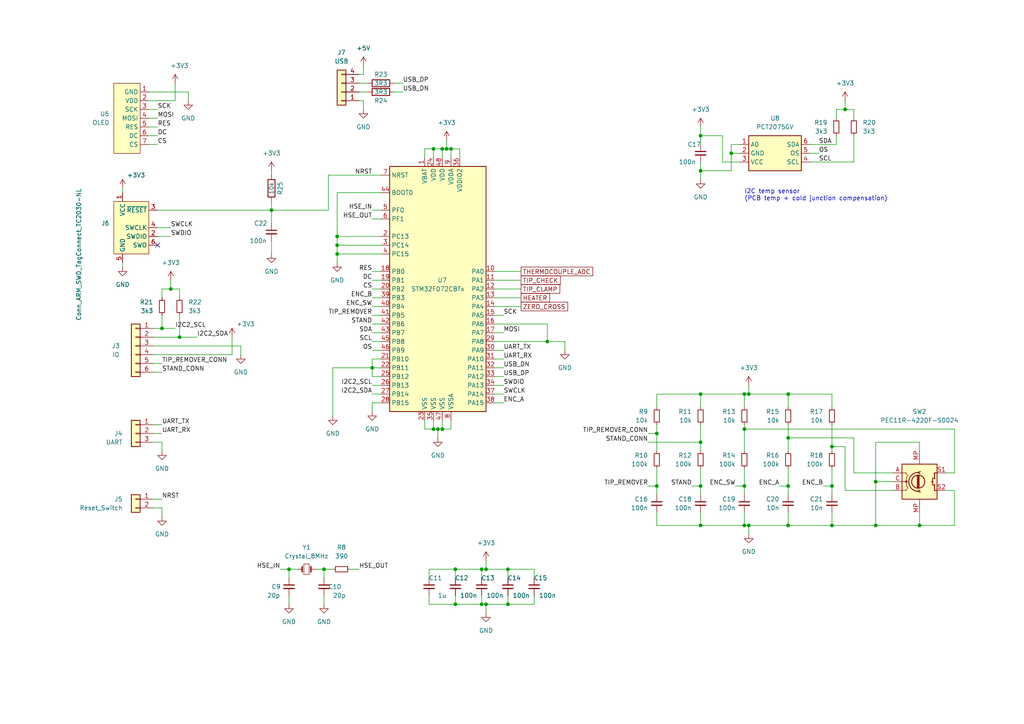
<source format=kicad_sch>
(kicad_sch (version 20230121) (generator eeschema)
  (paper "A4")
  (title_block (title "Marcs OpenSolder Station Schematic") (date "2023-12-28") (rev "1") (comment 1 "Licence: GPL-3.0") (comment 2 "Designer: Håvard Jakobsen") (comment 3 "Modified: Marc Fischer") (comment 4 "OpenSolder - JBC T245 compatible soldering station"))
  (lib_symbols
    (symbol "0_Howie:Crystal_8MHz" (pin_numbers hide) (pin_names (offset 1.016) hide)
      (property "Reference" "Y" (at 0 2.54 0))
      (property "Value" "Crystal_8MHz" (at 0 -2.54 0))
      (symbol "Crystal_8MHz_0_1"
        (rectangle (start -0.762 -1.524) (end 0.762 1.524))
        (polyline (pts (xy -1.27 -0.762) (xy -1.27 0.762)) (stroke (width 0.381)))
        (polyline (pts (xy 1.27 -0.762) (xy 1.27 0.762)) (stroke (width 0.381)))
      )
      (symbol "Crystal_8MHz_1_1"
        (pin passive line (at -2.54 0 0) (length 1.27) (name "1") (number "1"))
        (pin passive line (at 2.54 0 180) (length 1.27) (name "2") (number "2"))
      )
    )
    (symbol "0_Howie:OLED_SSD1306_SPI_1.54"
      (property "Reference" "U" (at 0 11.43 0))
      (property "Value" "OLED_SSD1306_SPI_1.54" (at 0 -11.43 0))
      (symbol "OLED_SSD1306_SPI_1.54_0_1"
        (rectangle (start -3.81 10.16) (end 3.81 -10.16) (stroke (width 0.1524)) (fill (type background)))
      )
      (symbol "OLED_SSD1306_SPI_1.54_1_1"
        (pin passive line (at -6.35 7.62 0) (length 2.54) (name "GND") (number "1"))
        (pin passive line (at -6.35 5.08 0) (length 2.54) (name "VDD") (number "2"))
        (pin passive line (at -6.35 2.54 0) (length 2.54) (name "SCK") (number "3"))
        (pin passive line (at -6.35 0 0) (length 2.54) (name "MOSI") (number "4"))
        (pin passive line (at -6.35 -2.54 0) (length 2.54) (name "RES") (number "5"))
        (pin passive line (at -6.35 -5.08 0) (length 2.54) (name "DC") (number "6"))
        (pin passive line (at -6.35 -7.62 0) (length 2.54) (name "CS") (number "7"))
      )
    )
    (symbol "0_Howie:PCT2075GV"
      (property "Reference" "U" (at -6.35 6.35 0))
      (property "Value" "PCT2075GV" (at 6.35 6.35 0))
      (symbol "PCT2075GV_0_1"
        (rectangle (start -7.62 5.08) (end 7.62 -5.08) (stroke (width 0.254)) (fill (type background)))
      )
      (symbol "PCT2075GV_1_1"
        (pin input line (at -10.16 2.54 0) (length 2.54) (name "A0") (number "1"))
        (pin power_in line (at -10.16 0 0) (length 2.54) (name "GND") (number "2"))
        (pin power_in line (at -10.16 -2.54 0) (length 2.54) (name "VCC") (number "3"))
        (pin input line (at 10.16 -2.54 180) (length 2.54) (name "SCL") (number "4"))
        (pin open_collector line (at 10.16 0 180) (length 2.54) (name "OS") (number "5"))
        (pin bidirectional line (at 10.16 2.54 180) (length 2.54) (name "SDA") (number "6"))
      )
    )
    (symbol "0_Howie:PEC11R-RotEnc" (pin_names (offset 0.254) hide)
      (property "Reference" "SW" (at 3.81 10.16 0))
      (property "Value" "PEC11R-RotEnc" (at 3.81 7.62 0))
      (symbol "PEC11R-RotEnc_0_1"
        (rectangle (start -5.08 5.08) (end 5.08 -5.08) (stroke (width 0.254)) (fill (type background)))
        (circle (center -3.81 0) (radius 0.254) (fill (type outline)))
        (circle (center -0.381 0) (radius 1.905) (stroke (width 0.254)))
        (arc (start -0.381 2.667) (mid -3.0988 -0.0635) (end -0.381 -2.794) (stroke (width 0.254)))
        (polyline (pts (xy -0.635 -1.778) (xy -0.635 1.778)) (stroke (width 0.254)))
        (polyline (pts (xy -0.381 -1.778) (xy -0.381 1.778)) (stroke (width 0.254)))
        (polyline (pts (xy -0.127 1.778) (xy -0.127 -1.778)) (stroke (width 0.254)))
        (polyline (pts (xy 0 -6.35) (xy 0 -5.08)) (stroke (width 0.1524)))
        (polyline (pts (xy 0 6.35) (xy 0 5.08)) (stroke (width 0.1524)))
        (polyline (pts (xy 3.81 0) (xy 3.429 0)) (stroke (width 0.254)))
        (polyline (pts (xy 3.81 1.016) (xy 3.81 -1.016)) (stroke (width 0.254)))
        (polyline (pts (xy -5.08 -2.54) (xy -3.81 -2.54) (xy -3.81 -2.032)))
        (polyline (pts (xy -5.08 2.54) (xy -3.81 2.54) (xy -3.81 2.032)))
        (polyline (pts (xy 0.254 -3.048) (xy -0.508 -2.794) (xy 0.127 -2.413)) (stroke (width 0.254)))
        (polyline (pts (xy 0.254 2.921) (xy -0.508 2.667) (xy 0.127 2.286)) (stroke (width 0.254)))
        (polyline (pts (xy 5.08 -2.54) (xy 4.318 -2.54) (xy 4.318 -1.016)) (stroke (width 0.254)))
        (polyline (pts (xy 5.08 2.54) (xy 4.318 2.54) (xy 4.318 1.016)) (stroke (width 0.254)))
        (polyline (pts (xy -5.08 0) (xy -3.81 0) (xy -3.81 -1.016) (xy -3.302 -2.032)))
        (polyline (pts (xy -4.318 0) (xy -3.81 0) (xy -3.81 1.016) (xy -3.302 2.032)))
        (circle (center 4.318 -1.016) (radius 0.127) (stroke (width 0.254)))
        (circle (center 4.318 1.016) (radius 0.127) (stroke (width 0.254)))
      )
      (symbol "PEC11R-RotEnc_1_1"
        (pin passive line (at -7.62 2.54 0) (length 2.54) (name "A") (number "A"))
        (pin passive line (at -7.62 -2.54 0) (length 2.54) (name "B") (number "B"))
        (pin passive line (at -7.62 0 0) (length 2.54) (name "C") (number "C"))
        (pin passive line (at 0 -8.89 90) (length 2.54) (name "MP") (number "MP"))
        (pin passive line (at 0 8.89 270) (length 2.54) (name "MP") (number "MP"))
        (pin passive line (at 7.62 2.54 180) (length 2.54) (name "S1") (number "S1"))
        (pin passive line (at 7.62 -2.54 180) (length 2.54) (name "S2") (number "S2"))
      )
    )
    (symbol "Connector:Conn_ARM_SWD_TagConnect_TC2030-NL" (in_bom no)
      (property "Reference" "J" (at 2.54 11.43 0))
      (property "Value" "Conn_ARM_SWD_TagConnect_TC2030-NL" (at 2.54 8.89 0))
      (symbol "Conn_ARM_SWD_TagConnect_TC2030-NL_0_0"
        (pin power_in line (at -2.54 10.16 270) (length 2.54) (name "VCC") (number "1"))
        (pin bidirectional line (at 7.62 -2.54 180) (length 2.54) (name "SWDIO") (number "2"))
        (pin open_collector line (at 7.62 5.08 180) (length 2.54) (name "~{RESET}") (number "3"))
        (pin output line (at 7.62 0 180) (length 2.54) (name "SWCLK") (number "4"))
        (pin power_in line (at -2.54 -10.16 90) (length 2.54) (name "GND") (number "5"))
        (pin input line (at 7.62 -5.08 180) (length 2.54) (name "SWO") (number "6"))
      )
      (symbol "Conn_ARM_SWD_TagConnect_TC2030-NL_0_1"
        (rectangle (start -5.08 7.62) (end 5.08 -7.62) (fill (type background)))
      )
    )
    (symbol "Connector_Generic:Conn_01x02" (pin_names (offset 1.016) hide)
      (property "Reference" "J" (at 0 2.54 0))
      (property "Value" "Conn_01x02" (at 0 -5.08 0))
      (symbol "Conn_01x02_1_1"
        (rectangle (start -1.27 -2.413) (end 0 -2.667) (stroke (width 0.1524)))
        (rectangle (start -1.27 0.127) (end 0 -0.127) (stroke (width 0.1524)))
        (rectangle (start -1.27 1.27) (end 1.27 -3.81) (stroke (width 0.254)) (fill (type background)))
        (pin passive line (at -5.08 0 0) (length 3.81) (name "Pin_1") (number "1"))
        (pin passive line (at -5.08 -2.54 0) (length 3.81) (name "Pin_2") (number "2"))
      )
    )
    (symbol "Connector_Generic:Conn_01x03" (pin_names (offset 1.016) hide)
      (property "Reference" "J" (at 0 5.08 0))
      (property "Value" "Conn_01x03" (at 0 -5.08 0))
      (symbol "Conn_01x03_1_1"
        (rectangle (start -1.27 -2.413) (end 0 -2.667) (stroke (width 0.1524)))
        (rectangle (start -1.27 0.127) (end 0 -0.127) (stroke (width 0.1524)))
        (rectangle (start -1.27 2.667) (end 0 2.413) (stroke (width 0.1524)))
        (rectangle (start -1.27 3.81) (end 1.27 -3.81) (stroke (width 0.254)) (fill (type background)))
        (pin passive line (at -5.08 2.54 0) (length 3.81) (name "Pin_1") (number "1"))
        (pin passive line (at -5.08 0 0) (length 3.81) (name "Pin_2") (number "2"))
        (pin passive line (at -5.08 -2.54 0) (length 3.81) (name "Pin_3") (number "3"))
      )
    )
    (symbol "Connector_Generic:Conn_01x04" (pin_names (offset 1.016) hide)
      (property "Reference" "J" (at 0 5.08 0))
      (property "Value" "Conn_01x04" (at 0 -7.62 0))
      (symbol "Conn_01x04_1_1"
        (rectangle (start -1.27 -4.953) (end 0 -5.207) (stroke (width 0.1524)))
        (rectangle (start -1.27 -2.413) (end 0 -2.667) (stroke (width 0.1524)))
        (rectangle (start -1.27 0.127) (end 0 -0.127) (stroke (width 0.1524)))
        (rectangle (start -1.27 2.667) (end 0 2.413) (stroke (width 0.1524)))
        (rectangle (start -1.27 3.81) (end 1.27 -6.35) (stroke (width 0.254)) (fill (type background)))
        (pin passive line (at -5.08 2.54 0) (length 3.81) (name "Pin_1") (number "1"))
        (pin passive line (at -5.08 0 0) (length 3.81) (name "Pin_2") (number "2"))
        (pin passive line (at -5.08 -2.54 0) (length 3.81) (name "Pin_3") (number "3"))
        (pin passive line (at -5.08 -5.08 0) (length 3.81) (name "Pin_4") (number "4"))
      )
    )
    (symbol "Connector_Generic:Conn_01x06" (pin_names (offset 1.016) hide)
      (property "Reference" "J" (at 0 7.62 0))
      (property "Value" "Conn_01x06" (at 0 -10.16 0))
      (symbol "Conn_01x06_1_1"
        (rectangle (start -1.27 -7.493) (end 0 -7.747) (stroke (width 0.1524)))
        (rectangle (start -1.27 -4.953) (end 0 -5.207) (stroke (width 0.1524)))
        (rectangle (start -1.27 -2.413) (end 0 -2.667) (stroke (width 0.1524)))
        (rectangle (start -1.27 0.127) (end 0 -0.127) (stroke (width 0.1524)))
        (rectangle (start -1.27 2.667) (end 0 2.413) (stroke (width 0.1524)))
        (rectangle (start -1.27 5.207) (end 0 4.953) (stroke (width 0.1524)))
        (rectangle (start -1.27 6.35) (end 1.27 -8.89) (stroke (width 0.254)) (fill (type background)))
        (pin passive line (at -5.08 5.08 0) (length 3.81) (name "Pin_1") (number "1"))
        (pin passive line (at -5.08 2.54 0) (length 3.81) (name "Pin_2") (number "2"))
        (pin passive line (at -5.08 0 0) (length 3.81) (name "Pin_3") (number "3"))
        (pin passive line (at -5.08 -2.54 0) (length 3.81) (name "Pin_4") (number "4"))
        (pin passive line (at -5.08 -5.08 0) (length 3.81) (name "Pin_5") (number "5"))
        (pin passive line (at -5.08 -7.62 0) (length 3.81) (name "Pin_6") (number "6"))
      )
    )
    (symbol "Device:C_Small" (pin_numbers hide) (pin_names (offset 0.254) hide)
      (property "Reference" "C" (at 0.254 1.778 0))
      (property "Value" "C_Small" (at 0.254 -2.032 0))
      (symbol "C_Small_0_1"
        (polyline (pts (xy -1.524 -0.508) (xy 1.524 -0.508)) (stroke (width 0.3302)))
        (polyline (pts (xy -1.524 0.508) (xy 1.524 0.508)) (stroke (width 0.3048)))
      )
      (symbol "C_Small_1_1"
        (pin passive line (at 0 2.54 270) (length 2.032) (name "~") (number "1"))
        (pin passive line (at 0 -2.54 90) (length 2.032) (name "~") (number "2"))
      )
    )
    (symbol "Device:R" (pin_numbers hide) (pin_names (offset 0))
      (property "Reference" "R" (at 2.032 0 90))
      (property "Value" "R" (at 0 0 90))
      (symbol "R_0_1"
        (rectangle (start -1.016 -2.54) (end 1.016 2.54) (stroke (width 0.254)))
      )
      (symbol "R_1_1"
        (pin passive line (at 0 3.81 270) (length 1.27) (name "~") (number "1"))
        (pin passive line (at 0 -3.81 90) (length 1.27) (name "~") (number "2"))
      )
    )
    (symbol "Device:R_Small" (pin_numbers hide) (pin_names (offset 0.254) hide)
      (property "Reference" "R" (at 0.762 0.508 0))
      (property "Value" "R_Small" (at 0.762 -1.016 0))
      (symbol "R_Small_0_1"
        (rectangle (start -0.762 1.778) (end 0.762 -1.778) (stroke (width 0.2032)))
      )
      (symbol "R_Small_1_1"
        (pin passive line (at 0 2.54 270) (length 0.762) (name "~") (number "1"))
        (pin passive line (at 0 -2.54 90) (length 0.762) (name "~") (number "2"))
      )
    )
    (symbol "MCU_ST_STM32F0:STM32F072CBTx"
      (property "Reference" "U" (at -15.24 36.83 0))
      (property "Value" "STM32F072CBTx" (at 7.62 36.83 0))
      (symbol "STM32F072CBTx_0_1"
        (rectangle (start -15.24 -35.56) (end 12.7 35.56) (stroke (width 0.254)) (fill (type background)))
      )
      (symbol "STM32F072CBTx_1_1"
        (pin power_in line (at -5.08 38.1 270) (length 2.54) (name "VBAT") (number "1"))
        (pin bidirectional line (at 15.24 5.08 180) (length 2.54) (name "PA0") (number "10"))
        (pin bidirectional line (at 15.24 2.54 180) (length 2.54) (name "PA1") (number "11"))
        (pin bidirectional line (at 15.24 0 180) (length 2.54) (name "PA2") (number "12"))
        (pin bidirectional line (at 15.24 -2.54 180) (length 2.54) (name "PA3") (number "13"))
        (pin bidirectional line (at 15.24 -5.08 180) (length 2.54) (name "PA4") (number "14"))
        (pin bidirectional line (at 15.24 -7.62 180) (length 2.54) (name "PA5") (number "15"))
        (pin bidirectional line (at 15.24 -10.16 180) (length 2.54) (name "PA6") (number "16"))
        (pin bidirectional line (at 15.24 -12.7 180) (length 2.54) (name "PA7") (number "17"))
        (pin bidirectional line (at -17.78 5.08 0) (length 2.54) (name "PB0") (number "18"))
        (pin bidirectional line (at -17.78 2.54 0) (length 2.54) (name "PB1") (number "19"))
        (pin bidirectional line (at -17.78 15.24 0) (length 2.54) (name "PC13") (number "2"))
        (pin bidirectional line (at -17.78 0 0) (length 2.54) (name "PB2") (number "20"))
        (pin bidirectional line (at -17.78 -20.32 0) (length 2.54) (name "PB10") (number "21"))
        (pin bidirectional line (at -17.78 -22.86 0) (length 2.54) (name "PB11") (number "22"))
        (pin power_in line (at -5.08 -38.1 90) (length 2.54) (name "VSS") (number "23"))
        (pin power_in line (at -2.54 38.1 270) (length 2.54) (name "VDD") (number "24"))
        (pin bidirectional line (at -17.78 -25.4 0) (length 2.54) (name "PB12") (number "25"))
        (pin bidirectional line (at -17.78 -27.94 0) (length 2.54) (name "PB13") (number "26"))
        (pin bidirectional line (at -17.78 -30.48 0) (length 2.54) (name "PB14") (number "27"))
        (pin bidirectional line (at -17.78 -33.02 0) (length 2.54) (name "PB15") (number "28"))
        (pin bidirectional line (at 15.24 -15.24 180) (length 2.54) (name "PA8") (number "29"))
        (pin bidirectional line (at -17.78 12.7 0) (length 2.54) (name "PC14") (number "3"))
        (pin bidirectional line (at 15.24 -17.78 180) (length 2.54) (name "PA9") (number "30"))
        (pin bidirectional line (at 15.24 -20.32 180) (length 2.54) (name "PA10") (number "31"))
        (pin bidirectional line (at 15.24 -22.86 180) (length 2.54) (name "PA11") (number "32"))
        (pin bidirectional line (at 15.24 -25.4 180) (length 2.54) (name "PA12") (number "33"))
        (pin bidirectional line (at 15.24 -27.94 180) (length 2.54) (name "PA13") (number "34"))
        (pin power_in line (at -2.54 -38.1 90) (length 2.54) (name "VSS") (number "35"))
        (pin power_in line (at 5.08 38.1 270) (length 2.54) (name "VDDIO2") (number "36"))
        (pin bidirectional line (at 15.24 -30.48 180) (length 2.54) (name "PA14") (number "37"))
        (pin bidirectional line (at 15.24 -33.02 180) (length 2.54) (name "PA15") (number "38"))
        (pin bidirectional line (at -17.78 -2.54 0) (length 2.54) (name "PB3") (number "39"))
        (pin bidirectional line (at -17.78 10.16 0) (length 2.54) (name "PC15") (number "4"))
        (pin bidirectional line (at -17.78 -5.08 0) (length 2.54) (name "PB4") (number "40"))
        (pin bidirectional line (at -17.78 -7.62 0) (length 2.54) (name "PB5") (number "41"))
        (pin bidirectional line (at -17.78 -10.16 0) (length 2.54) (name "PB6") (number "42"))
        (pin bidirectional line (at -17.78 -12.7 0) (length 2.54) (name "PB7") (number "43"))
        (pin input line (at -17.78 27.94 0) (length 2.54) (name "BOOT0") (number "44"))
        (pin bidirectional line (at -17.78 -15.24 0) (length 2.54) (name "PB8") (number "45"))
        (pin bidirectional line (at -17.78 -17.78 0) (length 2.54) (name "PB9") (number "46"))
        (pin power_in line (at 0 -38.1 90) (length 2.54) (name "VSS") (number "47"))
        (pin power_in line (at 0 38.1 270) (length 2.54) (name "VDD") (number "48"))
        (pin input line (at -17.78 22.86 0) (length 2.54) (name "PF0") (number "5"))
        (pin input line (at -17.78 20.32 0) (length 2.54) (name "PF1") (number "6"))
        (pin input line (at -17.78 33.02 0) (length 2.54) (name "NRST") (number "7"))
        (pin power_in line (at 2.54 -38.1 90) (length 2.54) (name "VSSA") (number "8"))
        (pin power_in line (at 2.54 38.1 270) (length 2.54) (name "VDDA") (number "9"))
      )
    )
    (symbol "power:+3V3" (power) (pin_names (offset 0))
      (property "Value" "+3V3" (at 0 3.556 0))
      (symbol "+3V3_0_1"
        (polyline (pts (xy -0.762 1.27) (xy 0 2.54)))
        (polyline (pts (xy 0 0) (xy 0 2.54)))
        (polyline (pts (xy 0 2.54) (xy 0.762 1.27)))
      )
      (symbol "+3V3_1_1"
        (pin power_in line (at 0 0 90) (length 0) hide (name "+3V3") (number "1"))
      )
    )
    (symbol "power:+5V" (power) (pin_names (offset 0))
      (property "Value" "+5V" (at 0 3.556 0))
      (symbol "+5V_0_1"
        (polyline (pts (xy -0.762 1.27) (xy 0 2.54)))
        (polyline (pts (xy 0 0) (xy 0 2.54)))
        (polyline (pts (xy 0 2.54) (xy 0.762 1.27)))
      )
      (symbol "+5V_1_1"
        (pin power_in line (at 0 0 90) (length 0) hide (name "+5V") (number "1"))
      )
    )
    (symbol "power:GND" (power) (pin_names (offset 0))
      (property "Value" "GND" (at 0 -3.81 0))
      (symbol "GND_0_1"
        (polyline (pts (xy 0 0) (xy 0 -1.27) (xy 1.27 -1.27) (xy 0 -2.54) (xy -1.27 -1.27) (xy 0 -1.27)))
      )
      (symbol "GND_1_1"
        (pin power_in line (at 0 0 270) (length 0) hide (name "GND") (number "1"))
      )
    )
  )
  (junction (at 217.17 114.3))
  (junction (at 140.97 175.26))
  (junction (at 158.75 99.06))
  (junction (at 217.17 152.4))
  (junction (at 203.2 128.27))
  (junction (at 190.5 140.97))
  (junction (at 266.7 152.4))
  (junction (at 241.3 152.4))
  (junction (at 215.9 124.46))
  (junction (at 228.6 152.4))
  (junction (at 132.08 165.1))
  (junction (at 228.6 140.97))
  (junction (at 107.95 106.68))
  (junction (at 203.2 39.37))
  (junction (at 147.32 175.26))
  (junction (at 132.08 175.26))
  (junction (at 46.99 95.25))
  (junction (at 128.27 124.46))
  (junction (at 83.82 165.1))
  (junction (at 128.27 43.18))
  (junction (at 93.98 165.1))
  (junction (at 203.2 49.53))
  (junction (at 215.9 114.3))
  (junction (at 254 139.7))
  (junction (at 245.11 31.75))
  (junction (at 130.81 43.18))
  (junction (at 139.7 175.26))
  (junction (at 49.53 83.82))
  (junction (at 212.09 44.45))
  (junction (at 127 124.46))
  (junction (at 203.2 140.97))
  (junction (at 228.6 114.3))
  (junction (at 215.9 140.97))
  (junction (at 215.9 152.4))
  (junction (at 147.32 165.1))
  (junction (at 140.97 165.1))
  (junction (at 97.79 71.12))
  (junction (at 228.6 127))
  (junction (at 78.74 60.96))
  (junction (at 129.54 43.18))
  (junction (at 190.5 125.73))
  (junction (at 125.73 43.18))
  (junction (at 203.2 114.3))
  (junction (at 97.79 68.58))
  (junction (at 241.3 140.97))
  (junction (at 254 152.4))
  (junction (at 241.3 129.54))
  (junction (at 97.79 73.66))
  (junction (at 52.07 97.79))
  (junction (at 203.2 152.4))
  (junction (at 125.73 124.46))
  (junction (at 139.7 165.1))
  (no_connect (at 45.72 71.12))
  (wire (pts (xy 163.83 101.6) (xy 163.83 99.06)))
  (wire (pts (xy 110.49 60.96) (xy 107.95 60.96)))
  (wire (pts (xy 187.96 128.27) (xy 203.2 128.27)))
  (wire (pts (xy 97.79 71.12) (xy 110.49 71.12)))
  (wire (pts (xy 146.05 96.52) (xy 143.51 96.52)))
  (wire (pts (xy 215.9 135.89) (xy 215.9 140.97)))
  (wire (pts (xy 203.2 140.97) (xy 200.66 140.97)))
  (wire (pts (xy 132.08 172.72) (xy 132.08 175.26)))
  (wire (pts (xy 132.08 175.26) (xy 139.7 175.26)))
  (wire (pts (xy 49.53 81.28) (xy 49.53 83.82)))
  (wire (pts (xy 97.79 55.88) (xy 110.49 55.88)))
  (wire (pts (xy 238.76 140.97) (xy 241.3 140.97)))
  (wire (pts (xy 46.99 95.25) (xy 50.8 95.25)))
  (wire (pts (xy 123.19 124.46) (xy 123.19 121.92)))
  (wire (pts (xy 125.73 124.46) (xy 123.19 124.46)))
  (wire (pts (xy 127 124.46) (xy 125.73 124.46)))
  (wire (pts (xy 127 127) (xy 127 124.46)))
  (wire (pts (xy 125.73 121.92) (xy 125.73 124.46)))
  (wire (pts (xy 44.45 107.95) (xy 46.99 107.95)))
  (wire (pts (xy 95.25 60.96) (xy 95.25 50.8)))
  (wire (pts (xy 266.7 128.27) (xy 266.7 130.81)))
  (wire (pts (xy 215.9 123.19) (xy 215.9 124.46)))
  (wire (pts (xy 215.9 124.46) (xy 215.9 130.81)))
  (wire (pts (xy 124.46 165.1) (xy 124.46 167.64)))
  (wire (pts (xy 132.08 165.1) (xy 124.46 165.1)))
  (wire (pts (xy 139.7 165.1) (xy 132.08 165.1)))
  (wire (pts (xy 241.3 140.97) (xy 241.3 143.51)))
  (wire (pts (xy 215.9 148.59) (xy 215.9 152.4)))
  (wire (pts (xy 215.9 152.4) (xy 217.17 152.4)))
  (wire (pts (xy 228.6 152.4) (xy 241.3 152.4)))
  (wire (pts (xy 241.3 152.4) (xy 254 152.4)))
  (wire (pts (xy 110.49 88.9) (xy 107.95 88.9)))
  (wire (pts (xy 44.45 97.79) (xy 52.07 97.79)))
  (wire (pts (xy 146.05 104.14) (xy 143.51 104.14)))
  (wire (pts (xy 45.72 41.91) (xy 43.18 41.91)))
  (wire (pts (xy 215.9 140.97) (xy 215.9 143.51)))
  (wire (pts (xy 107.95 104.14) (xy 107.95 106.68)))
  (wire (pts (xy 217.17 152.4) (xy 228.6 152.4)))
  (wire (pts (xy 143.51 116.84) (xy 146.05 116.84)))
  (wire (pts (xy 140.97 175.26) (xy 139.7 175.26)))
  (wire (pts (xy 247.65 127) (xy 228.6 127)))
  (wire (pts (xy 247.65 137.16) (xy 247.65 127)))
  (wire (pts (xy 259.08 137.16) (xy 247.65 137.16)))
  (wire (pts (xy 140.97 165.1) (xy 139.7 165.1)))
  (wire (pts (xy 241.3 148.59) (xy 241.3 152.4)))
  (wire (pts (xy 190.5 114.3) (xy 203.2 114.3)))
  (wire (pts (xy 203.2 114.3) (xy 215.9 114.3)))
  (wire (pts (xy 46.99 86.36) (xy 46.99 83.82)))
  (wire (pts (xy 110.49 91.44) (xy 107.95 91.44)))
  (wire (pts (xy 129.54 40.64) (xy 129.54 43.18)))
  (wire (pts (xy 139.7 172.72) (xy 139.7 175.26)))
  (wire (pts (xy 140.97 175.26) (xy 140.97 177.8)))
  (wire (pts (xy 143.51 109.22) (xy 146.05 109.22)))
  (wire (pts (xy 212.09 41.91) (xy 212.09 44.45)))
  (wire (pts (xy 214.63 41.91) (xy 212.09 41.91)))
  (wire (pts (xy 52.07 97.79) (xy 57.15 97.79)))
  (wire (pts (xy 45.72 60.96) (xy 78.74 60.96)))
  (wire (pts (xy 203.2 123.19) (xy 203.2 128.27)))
  (wire (pts (xy 203.2 128.27) (xy 203.2 130.81)))
  (wire (pts (xy 54.61 29.21) (xy 54.61 26.67)))
  (wire (pts (xy 110.49 111.76) (xy 107.95 111.76)))
  (wire (pts (xy 50.8 24.13) (xy 50.8 29.21)))
  (wire (pts (xy 50.8 29.21) (xy 43.18 29.21)))
  (wire (pts (xy 143.51 111.76) (xy 146.05 111.76)))
  (wire (pts (xy 105.41 29.21) (xy 105.41 31.75)))
  (wire (pts (xy 104.14 26.67) (xy 106.68 26.67)))
  (wire (pts (xy 97.79 68.58) (xy 97.79 71.12)))
  (wire (pts (xy 123.19 43.18) (xy 123.19 45.72)))
  (wire (pts (xy 143.51 88.9) (xy 151.13 88.9)))
  (wire (pts (xy 97.79 73.66) (xy 110.49 73.66)))
  (wire (pts (xy 83.82 172.72) (xy 83.82 175.26)))
  (wire (pts (xy 110.49 109.22) (xy 107.95 109.22)))
  (wire (pts (xy 44.45 95.25) (xy 46.99 95.25)))
  (wire (pts (xy 143.51 114.3) (xy 146.05 114.3)))
  (wire (pts (xy 128.27 124.46) (xy 127 124.46)))
  (wire (pts (xy 130.81 121.92) (xy 130.81 124.46)))
  (wire (pts (xy 130.81 124.46) (xy 128.27 124.46)))
  (wire (pts (xy 96.52 120.65) (xy 96.52 106.68)))
  (wire (pts (xy 110.49 99.06) (xy 107.95 99.06)))
  (wire (pts (xy 217.17 111.76) (xy 217.17 114.3)))
  (wire (pts (xy 215.9 114.3) (xy 215.9 118.11)))
  (wire (pts (xy 130.81 43.18) (xy 130.81 45.72)))
  (wire (pts (xy 132.08 165.1) (xy 132.08 167.64)))
  (wire (pts (xy 212.09 44.45) (xy 214.63 44.45)))
  (wire (pts (xy 212.09 49.53) (xy 212.09 44.45)))
  (wire (pts (xy 93.98 172.72) (xy 93.98 175.26)))
  (wire (pts (xy 46.99 125.73) (xy 44.45 125.73)))
  (wire (pts (xy 104.14 29.21) (xy 105.41 29.21)))
  (wire (pts (xy 190.5 135.89) (xy 190.5 140.97)))
  (wire (pts (xy 190.5 140.97) (xy 190.5 143.51)))
  (wire (pts (xy 78.74 58.42) (xy 78.74 60.96)))
  (wire (pts (xy 110.49 104.14) (xy 107.95 104.14)))
  (wire (pts (xy 128.27 45.72) (xy 128.27 43.18)))
  (wire (pts (xy 203.2 46.99) (xy 203.2 49.53)))
  (wire (pts (xy 203.2 49.53) (xy 212.09 49.53)))
  (wire (pts (xy 128.27 43.18) (xy 125.73 43.18)))
  (wire (pts (xy 234.95 41.91) (xy 242.57 41.91)))
  (wire (pts (xy 242.57 41.91) (xy 242.57 39.37)))
  (wire (pts (xy 228.6 148.59) (xy 228.6 152.4)))
  (wire (pts (xy 143.51 86.36) (xy 151.13 86.36)))
  (wire (pts (xy 110.49 106.68) (xy 107.95 106.68)))
  (wire (pts (xy 97.79 71.12) (xy 97.79 73.66)))
  (wire (pts (xy 124.46 172.72) (xy 124.46 175.26)))
  (wire (pts (xy 124.46 175.26) (xy 132.08 175.26)))
  (wire (pts (xy 203.2 39.37) (xy 209.55 39.37)))
  (wire (pts (xy 203.2 41.91) (xy 203.2 39.37)))
  (wire (pts (xy 242.57 31.75) (xy 245.11 31.75)))
  (wire (pts (xy 242.57 34.29) (xy 242.57 31.75)))
  (wire (pts (xy 245.11 31.75) (xy 247.65 31.75)))
  (wire (pts (xy 69.85 102.87) (xy 69.85 100.33)))
  (wire (pts (xy 110.49 93.98) (xy 107.95 93.98)))
  (wire (pts (xy 45.72 39.37) (xy 43.18 39.37)))
  (wire (pts (xy 190.5 148.59) (xy 190.5 152.4)))
  (wire (pts (xy 190.5 152.4) (xy 203.2 152.4)))
  (wire (pts (xy 203.2 152.4) (xy 215.9 152.4)))
  (wire (pts (xy 187.96 125.73) (xy 190.5 125.73)))
  (wire (pts (xy 241.3 129.54) (xy 245.11 129.54)))
  (wire (pts (xy 245.11 142.24) (xy 245.11 129.54)))
  (wire (pts (xy 259.08 142.24) (xy 245.11 142.24)))
  (wire (pts (xy 129.54 43.18) (xy 128.27 43.18)))
  (wire (pts (xy 45.72 31.75) (xy 43.18 31.75)))
  (wire (pts (xy 44.45 105.41) (xy 46.99 105.41)))
  (wire (pts (xy 228.6 123.19) (xy 228.6 127)))
  (wire (pts (xy 228.6 127) (xy 228.6 130.81)))
  (wire (pts (xy 52.07 83.82) (xy 52.07 86.36)))
  (wire (pts (xy 35.56 54.61) (xy 35.56 55.88)))
  (wire (pts (xy 46.99 91.44) (xy 46.99 95.25)))
  (wire (pts (xy 203.2 148.59) (xy 203.2 152.4)))
  (wire (pts (xy 97.79 55.88) (xy 97.79 68.58)))
  (wire (pts (xy 214.63 46.99) (xy 209.55 46.99)))
  (wire (pts (xy 217.17 152.4) (xy 217.17 154.94)))
  (wire (pts (xy 266.7 148.59) (xy 266.7 152.4)))
  (wire (pts (xy 104.14 21.59) (xy 105.41 21.59)))
  (wire (pts (xy 114.3 26.67) (xy 116.84 26.67)))
  (wire (pts (xy 190.5 123.19) (xy 190.5 125.73)))
  (wire (pts (xy 190.5 125.73) (xy 190.5 130.81)))
  (wire (pts (xy 143.51 83.82) (xy 151.13 83.82)))
  (wire (pts (xy 95.25 50.8) (xy 110.49 50.8)))
  (wire (pts (xy 44.45 128.27) (xy 46.99 128.27)))
  (wire (pts (xy 46.99 128.27) (xy 46.99 130.81)))
  (wire (pts (xy 128.27 121.92) (xy 128.27 124.46)))
  (wire (pts (xy 107.95 78.74) (xy 110.49 78.74)))
  (wire (pts (xy 110.49 96.52) (xy 107.95 96.52)))
  (wire (pts (xy 203.2 114.3) (xy 203.2 118.11)))
  (wire (pts (xy 190.5 114.3) (xy 190.5 118.11)))
  (wire (pts (xy 114.3 24.13) (xy 116.84 24.13)))
  (wire (pts (xy 217.17 114.3) (xy 215.9 114.3)))
  (wire (pts (xy 46.99 83.82) (xy 49.53 83.82)))
  (wire (pts (xy 130.81 43.18) (xy 129.54 43.18)))
  (wire (pts (xy 133.35 43.18) (xy 130.81 43.18)))
  (wire (pts (xy 133.35 45.72) (xy 133.35 43.18)))
  (wire (pts (xy 203.2 135.89) (xy 203.2 140.97)))
  (wire (pts (xy 163.83 99.06) (xy 158.75 99.06)))
  (wire (pts (xy 203.2 36.83) (xy 203.2 39.37)))
  (wire (pts (xy 209.55 39.37) (xy 209.55 46.99)))
  (wire (pts (xy 234.95 46.99) (xy 247.65 46.99)))
  (wire (pts (xy 247.65 46.99) (xy 247.65 39.37)))
  (wire (pts (xy 154.94 165.1) (xy 147.32 165.1)))
  (wire (pts (xy 154.94 167.64) (xy 154.94 165.1)))
  (wire (pts (xy 254 139.7) (xy 254 152.4)))
  (wire (pts (xy 254 152.4) (xy 266.7 152.4)))
  (wire (pts (xy 259.08 139.7) (xy 254 139.7)))
  (wire (pts (xy 146.05 91.44) (xy 143.51 91.44)))
  (wire (pts (xy 241.3 135.89) (xy 241.3 140.97)))
  (wire (pts (xy 143.51 99.06) (xy 158.75 99.06)))
  (wire (pts (xy 266.7 152.4) (xy 276.86 152.4)))
  (wire (pts (xy 274.32 142.24) (xy 276.86 142.24)))
  (wire (pts (xy 276.86 142.24) (xy 276.86 152.4)))
  (wire (pts (xy 158.75 93.98) (xy 158.75 99.06)))
  (wire (pts (xy 143.51 93.98) (xy 158.75 93.98)))
  (wire (pts (xy 147.32 165.1) (xy 140.97 165.1)))
  (wire (pts (xy 147.32 167.64) (xy 147.32 165.1)))
  (wire (pts (xy 46.99 147.32) (xy 44.45 147.32)))
  (wire (pts (xy 254 128.27) (xy 254 139.7)))
  (wire (pts (xy 266.7 128.27) (xy 254 128.27)))
  (wire (pts (xy 123.19 43.18) (xy 125.73 43.18)))
  (wire (pts (xy 49.53 83.82) (xy 52.07 83.82)))
  (wire (pts (xy 228.6 114.3) (xy 228.6 118.11)))
  (wire (pts (xy 140.97 162.56) (xy 140.97 165.1)))
  (wire (pts (xy 107.95 101.6) (xy 110.49 101.6)))
  (wire (pts (xy 147.32 172.72) (xy 147.32 175.26)))
  (wire (pts (xy 147.32 175.26) (xy 140.97 175.26)))
  (wire (pts (xy 45.72 66.04) (xy 49.53 66.04)))
  (wire (pts (xy 107.95 106.68) (xy 107.95 109.22)))
  (wire (pts (xy 35.56 76.2) (xy 35.56 77.47)))
  (wire (pts (xy 83.82 167.64) (xy 83.82 165.1)))
  (wire (pts (xy 203.2 140.97) (xy 203.2 143.51)))
  (wire (pts (xy 93.98 165.1) (xy 91.44 165.1)))
  (wire (pts (xy 93.98 167.64) (xy 93.98 165.1)))
  (wire (pts (xy 146.05 101.6) (xy 143.51 101.6)))
  (wire (pts (xy 46.99 147.32) (xy 46.99 149.86)))
  (wire (pts (xy 67.31 102.87) (xy 67.31 97.79)))
  (wire (pts (xy 93.98 165.1) (xy 96.52 165.1)))
  (wire (pts (xy 97.79 73.66) (xy 97.79 76.2)))
  (wire (pts (xy 83.82 165.1) (xy 86.36 165.1)))
  (wire (pts (xy 245.11 29.21) (xy 245.11 31.75)))
  (wire (pts (xy 247.65 31.75) (xy 247.65 34.29)))
  (wire (pts (xy 110.49 86.36) (xy 107.95 86.36)))
  (wire (pts (xy 44.45 100.33) (xy 69.85 100.33)))
  (wire (pts (xy 228.6 140.97) (xy 226.06 140.97)))
  (wire (pts (xy 107.95 81.28) (xy 110.49 81.28)))
  (wire (pts (xy 45.72 36.83) (xy 43.18 36.83)))
  (wire (pts (xy 274.32 137.16) (xy 276.86 137.16)))
  (wire (pts (xy 276.86 124.46) (xy 215.9 124.46)))
  (wire (pts (xy 276.86 137.16) (xy 276.86 124.46)))
  (wire (pts (xy 104.14 24.13) (xy 106.68 24.13)))
  (wire (pts (xy 45.72 68.58) (xy 49.53 68.58)))
  (wire (pts (xy 154.94 172.72) (xy 154.94 175.26)))
  (wire (pts (xy 154.94 175.26) (xy 147.32 175.26)))
  (wire (pts (xy 213.36 140.97) (xy 215.9 140.97)))
  (wire (pts (xy 105.41 21.59) (xy 105.41 19.05)))
  (wire (pts (xy 78.74 60.96) (xy 78.74 64.77)))
  (wire (pts (xy 241.3 123.19) (xy 241.3 129.54)))
  (wire (pts (xy 241.3 129.54) (xy 241.3 130.81)))
  (wire (pts (xy 143.51 78.74) (xy 151.13 78.74)))
  (wire (pts (xy 43.18 26.67) (xy 54.61 26.67)))
  (wire (pts (xy 203.2 49.53) (xy 203.2 52.07)))
  (wire (pts (xy 228.6 135.89) (xy 228.6 140.97)))
  (wire (pts (xy 228.6 140.97) (xy 228.6 143.51)))
  (wire (pts (xy 125.73 45.72) (xy 125.73 43.18)))
  (wire (pts (xy 139.7 165.1) (xy 139.7 167.64)))
  (wire (pts (xy 143.51 81.28) (xy 151.13 81.28)))
  (wire (pts (xy 101.6 165.1) (xy 104.14 165.1)))
  (wire (pts (xy 190.5 140.97) (xy 187.96 140.97)))
  (wire (pts (xy 143.51 106.68) (xy 146.05 106.68)))
  (wire (pts (xy 78.74 69.85) (xy 78.74 73.66)))
  (wire (pts (xy 46.99 144.78) (xy 44.45 144.78)))
  (wire (pts (xy 44.45 102.87) (xy 67.31 102.87)))
  (wire (pts (xy 78.74 49.53) (xy 78.74 50.8)))
  (wire (pts (xy 107.95 116.84) (xy 110.49 116.84)))
  (wire (pts (xy 107.95 119.38) (xy 107.95 116.84)))
  (wire (pts (xy 107.95 83.82) (xy 110.49 83.82)))
  (wire (pts (xy 78.74 60.96) (xy 95.25 60.96)))
  (wire (pts (xy 96.52 106.68) (xy 107.95 106.68)))
  (wire (pts (xy 52.07 91.44) (xy 52.07 97.79)))
  (wire (pts (xy 83.82 165.1) (xy 81.28 165.1)))
  (wire (pts (xy 97.79 68.58) (xy 110.49 68.58)))
  (wire (pts (xy 110.49 63.5) (xy 107.95 63.5)))
  (wire (pts (xy 46.99 123.19) (xy 44.45 123.19)))
  (wire (pts (xy 110.49 114.3) (xy 107.95 114.3)))
  (wire (pts (xy 234.95 44.45) (xy 237.49 44.45)))
  (wire (pts (xy 45.72 34.29) (xy 43.18 34.29)))
  (wire (pts (xy 228.6 114.3) (xy 217.17 114.3)))
  (wire (pts (xy 241.3 114.3) (xy 228.6 114.3)))
  (wire (pts (xy 241.3 118.11) (xy 241.3 114.3)))
  (text "I2C temp sensor\n(PCB temp + cold junction compensation)" (at 215.9 58.42 0) (effects (font (size 1.27 1.27)) (justify left bottom)))
  (label "DC" (at 45.72 39.37 0))
  (label "TIP_REMOVER_CONN" (at 46.99 105.41 0))
  (label "TIP_REMOVER" (at 187.96 140.97 180))
  (label "ENC_SW" (at 107.95 88.9 180))
  (label "SCK" (at 146.05 91.44 0))
  (label "USB_DP" (at 116.84 24.13 0))
  (label "SWCLK" (at 49.53 66.04 0))
  (label "I2C2_SDA" (at 57.15 97.79 0))
  (label "OS" (at 107.95 101.6 180))
  (label "ENC_B" (at 238.76 140.97 180))
  (label "CS" (at 45.72 41.91 0))
  (label "CS" (at 107.95 83.82 180))
  (label "SCK" (at 45.72 31.75 0))
  (label "HSE_OUT" (at 107.95 63.5 180))
  (label "SCL" (at 107.95 99.06 180))
  (label "NRST" (at 46.99 144.78 0))
  (label "UART_RX" (at 146.05 104.14 0))
  (label "RES" (at 107.95 78.74 180))
  (label "NRST" (at 107.95 50.8 180))
  (label "STAND" (at 107.95 93.98 180))
  (label "SDA" (at 107.95 96.52 180))
  (label "SWDIO" (at 49.53 68.58 0))
  (label "MOSI" (at 45.72 34.29 0))
  (label "MOSI" (at 146.05 96.52 0))
  (label "SDA" (at 237.49 41.91 0))
  (label "I2C2_SCL" (at 107.95 111.76 180))
  (label "USB_DN" (at 146.05 106.68 0))
  (label "STAND_CONN" (at 187.96 128.27 180))
  (label "TIP_REMOVER" (at 107.95 91.44 180))
  (label "USB_DN" (at 116.84 26.67 0))
  (label "OS" (at 237.49 44.45 0))
  (label "TIP_REMOVER_CONN" (at 187.96 125.73 180))
  (label "HSE_OUT" (at 104.14 165.1 0))
  (label "ENC_B" (at 107.95 86.36 180))
  (label "ENC_A" (at 226.06 140.97 180))
  (label "SWDIO" (at 146.05 111.76 0))
  (label "SWCLK" (at 146.05 114.3 0))
  (label "ENC_SW" (at 213.36 140.97 180))
  (label "STAND_CONN" (at 46.99 107.95 0))
  (label "HSE_IN" (at 107.95 60.96 180))
  (label "DC" (at 107.95 81.28 180))
  (label "ENC_A" (at 146.05 116.84 0))
  (label "HSE_IN" (at 81.28 165.1 180))
  (label "I2C2_SCL" (at 50.8 95.25 0))
  (label "RES" (at 45.72 36.83 0))
  (label "SCL" (at 237.49 46.99 0))
  (label "UART_TX" (at 46.99 123.19 0))
  (label "STAND" (at 200.66 140.97 180))
  (label "USB_DP" (at 146.05 109.22 0))
  (label "UART_TX" (at 146.05 101.6 0))
  (label "I2C2_SDA" (at 107.95 114.3 180))
  (label "UART_RX" (at 46.99 125.73 0))
  (global_label "TIP_CHECK" (shape passive) (at 151.13 81.28 0) (property "Intersheetrefs" "${INTERSHEET_REFS}" (effects hide)))
  (global_label "HEATER" (shape passive) (at 151.13 86.36 0) (property "Intersheetrefs" "${INTERSHEET_REFS}" (effects hide)))
  (global_label "ZERO_CROSS" (shape passive) (at 151.13 88.9 0) (property "Intersheetrefs" "${INTERSHEET_REFS}" (effects hide)))
  (global_label "TIP_CLAMP" (shape passive) (at 151.13 83.82 0) (property "Intersheetrefs" "${INTERSHEET_REFS}" (effects hide)))
  (global_label "THERMOCOUPLE_ADC" (shape passive) (at 151.13 78.74 0) (property "Intersheetrefs" "${INTERSHEET_REFS}" (effects hide)))
  (symbol (lib_id "power:GND") (at 97.79 76.2 0) (unit 1)
    (property "Reference" "#PWR0105" (effects hide))
    (property "Value" "GND" (at 97.79 81.28 0))
  )
  (symbol (lib_id "Device:R_Small") (at 190.5 133.35 0) (mirror y) (unit 1)
    (property "Reference" "R10" (at 187.96 132.0799 0) (effects (justify left)))
    (property "Value" "100k" (at 187.96 134.6199 0) (effects (justify left)))
    (property "Footprint" "Resistor_SMD:R_0603_1608Metric" (effects hide))
  )
  (symbol (lib_id "power:+3V3") (at 203.2 36.83 0) (mirror y) (unit 1)
    (property "Reference" "#PWR027" (effects hide))
    (property "Value" "+3V3" (at 203.2 31.75 0))
  )
  (symbol (lib_id "Device:C_Small") (at 203.2 146.05 0) (mirror y) (unit 1)
    (property "Reference" "C18" (at 200.66 144.7799 0) (effects (justify left)))
    (property "Value" "100n" (at 200.66 147.3199 0) (effects (justify left)))
    (property "Footprint" "Capacitor_SMD:C_0603_1608Metric" (effects hide))
  )
  (symbol (lib_id "power:GND") (at 46.99 130.81 0) (unit 1)
    (property "Reference" "#PWR012" (effects hide))
    (property "Value" "GND" (at 46.99 135.89 0))
  )
  (symbol (lib_id "Device:C_Small") (at 147.32 170.18 0) (mirror y) (unit 1)
    (property "Reference" "C14" (at 151.13 167.6399 0) (effects (justify left)))
    (property "Value" "100n" (at 153.67 172.7199 0) (effects (justify left)))
    (property "Footprint" "Capacitor_SMD:C_0805_2012Metric" (effects hide))
  )
  (symbol (lib_id "power:GND") (at 69.85 102.87 0) (unit 1)
    (property "Reference" "#PWR0104" (effects hide))
    (property "Value" "GND" (at 69.85 107.95 0))
  )
  (symbol (lib_id "0_Howie:PCT2075GV") (at 224.79 44.45 0) (unit 1)
    (property "Reference" "U8" (at 224.79 34.29 0))
    (property "Value" "PCT2075GV" (at 224.79 36.83 0))
    (property "Footprint" "Package_SO:TSOP-6_1.65x3.05mm_P0.95mm" (effects hide))
    (property "Datasheet" "https://www.nxp.com/docs/en/data-sheet/PCT2075.pdf" (effects hide))
  )
  (symbol (lib_id "power:+3V3") (at 35.56 54.61 0) (unit 1)
    (property "Reference" "#PWR016" (effects hide))
    (property "Value" "+3V3" (at 36.83 50.8 0) (effects (justify left)))
  )
  (symbol (lib_id "Device:R_Small") (at 203.2 133.35 0) (mirror y) (unit 1)
    (property "Reference" "R12" (at 200.66 132.0799 0) (effects (justify left)))
    (property "Value" "100k" (at 200.66 134.6199 0) (effects (justify left)))
    (property "Footprint" "Resistor_SMD:R_0603_1608Metric" (effects hide))
  )
  (symbol (lib_id "Device:R_Small") (at 99.06 165.1 90) (mirror x) (unit 1)
    (property "Reference" "R8" (at 99.06 158.75 90))
    (property "Value" "390" (at 99.06 161.29 90))
    (property "Footprint" "Resistor_SMD:R_0603_1608Metric" (effects hide))
  )
  (symbol (lib_id "Device:R") (at 110.49 26.67 90) (unit 1)
    (property "Reference" "R24" (at 110.49 29.21 90))
    (property "Value" "3R3" (at 110.49 26.67 90))
    (property "Footprint" "Resistor_SMD:R_0603_1608Metric" (effects hide))
  )
  (symbol (lib_id "power:GND") (at 83.82 175.26 0) (mirror y) (unit 1)
    (property "Reference" "#PWR020" (effects hide))
    (property "Value" "GND" (at 83.82 180.34 0))
  )
  (symbol (lib_id "power:+5V") (at 105.41 19.05 0) (unit 1)
    (property "Reference" "#PWR05" (effects hide))
    (property "Value" "+5V" (at 105.41 13.97 0))
    (instances (project "opensolder" (path "" (reference "#PWR05") (unit 1)) (path "" (reference "#PWR034") (unit 1))))
  )
  (symbol (lib_id "MCU_ST_STM32F0:STM32F072CBTx") (at 128.27 83.82 0) (unit 1)
    (property "Reference" "U7" (at 128.27 81.28 0))
    (property "Value" "STM32F072CBTx" (at 127 83.82 0))
    (property "Footprint" "Package_QFP:LQFP-48_7x7mm_P0.5mm" (effects hide))
    (property "Datasheet" "http://www.st.com/st-web-ui/static/active/en/resource/technical/document/datasheet/DM00090510.pdf" (effects hide))
  )
  (symbol (lib_id "Device:C_Small") (at 124.46 170.18 0) (mirror y) (unit 1)
    (property "Reference" "C11" (at 128.27 167.6399 0) (effects (justify left)))
    (property "Value" "1u" (at 129.54 172.7199 0) (effects (justify left)))
    (property "Footprint" "Capacitor_SMD:C_1210_3225Metric" (effects hide))
  )
  (symbol (lib_id "power:GND") (at 140.97 177.8 0) (unit 1)
    (property "Reference" "#PWR026" (effects hide))
    (property "Value" "GND" (at 140.97 182.88 0))
  )
  (symbol (lib_id "Device:C_Small") (at 215.9 146.05 0) (mirror y) (unit 1)
    (property "Reference" "C19" (at 213.36 144.7799 0) (effects (justify left)))
    (property "Value" "100n" (at 213.36 147.3199 0) (effects (justify left)))
    (property "Footprint" "Capacitor_SMD:C_0603_1608Metric" (effects hide))
  )
  (symbol (lib_id "power:GND") (at 127 127 0) (unit 1)
    (property "Reference" "#PWR023" (effects hide))
    (property "Value" "GND" (at 127 132.08 0))
  )
  (symbol (lib_id "Device:R_Small") (at 241.3 120.65 0) (mirror y) (unit 1)
    (property "Reference" "R17" (at 238.76 119.3799 0) (effects (justify left)))
    (property "Value" "10k" (at 238.76 121.9199 0) (effects (justify left)))
    (property "Footprint" "Resistor_SMD:R_0603_1608Metric" (effects hide))
  )
  (symbol (lib_id "power:+3V3") (at 67.31 97.79 0) (unit 1)
    (property "Reference" "#PWR019" (effects hide))
    (property "Value" "+3V3" (at 68.58 93.98 0) (effects (justify left)))
  )
  (symbol (lib_id "Device:C_Small") (at 139.7 170.18 0) (mirror y) (unit 1)
    (property "Reference" "C13" (at 143.51 167.6399 0) (effects (justify left)))
    (property "Value" "100n" (at 146.05 172.7199 0) (effects (justify left)))
    (property "Footprint" "Capacitor_SMD:C_0805_2012Metric" (effects hide))
  )
  (symbol (lib_id "power:GND") (at 46.99 149.86 0) (unit 1)
    (property "Reference" "#PWR022" (effects hide))
    (property "Value" "GND" (at 46.99 154.94 0))
  )
  (symbol (lib_id "Connector_Generic:Conn_01x06") (at 39.37 100.33 0) (mirror y) (unit 1)
    (property "Reference" "J3" (at 33.5915 100.33 0))
    (property "Value" "IO" (at 33.5915 102.87 0))
    (property "Footprint" "Connector_PinHeader_2.54mm:PinHeader_2x03_P2.54mm_Vertical" (effects hide))
  )
  (symbol (lib_id "power:+3V3") (at 129.54 40.64 0) (unit 1)
    (property "Reference" "#PWR024" (effects hide))
    (property "Value" "+3V3" (at 129.54 35.56 0))
  )
  (symbol (lib_id "power:+3V3") (at 140.97 162.56 0) (mirror y) (unit 1)
    (property "Reference" "#PWR025" (effects hide))
    (property "Value" "+3V3" (at 140.97 157.48 0))
  )
  (symbol (lib_id "power:GND") (at 163.83 101.6 0) (unit 1)
    (property "Reference" "#PWR0106" (effects hide))
    (property "Value" "GND" (at 163.83 106.68 0))
  )
  (symbol (lib_id "power:GND") (at 78.74 73.66 0) (unit 1)
    (property "Reference" "#PWR037" (effects hide))
    (property "Value" "GND" (at 78.74 78.74 0))
  )
  (symbol (lib_id "power:GND") (at 105.41 31.75 0) (unit 1)
    (property "Reference" "#PWR035" (effects hide))
    (property "Value" "GND" (at 105.41 36.83 0))
  )
  (symbol (lib_id "power:+3V3") (at 78.74 49.53 0) (unit 1)
    (property "Reference" "#PWR036" (effects hide))
    (property "Value" "+3V3" (at 78.74 44.45 0))
  )
  (symbol (lib_id "0_Howie:OLED_SSD1306_SPI_1.54") (at 36.83 34.29 0) (mirror y) (unit 1)
    (property "Reference" "U6" (at 31.75 33.0199 0) (effects (justify left)))
    (property "Value" "OLED" (at 31.75 35.5599 0) (effects (justify left)))
    (property "Footprint" "0_Howie:OLED_SSD1306_SPI_1.54" (effects hide))
  )
  (symbol (lib_id "Device:C_Small") (at 78.74 67.31 0) (unit 1)
    (property "Reference" "C22" (at 73.66 64.77 0) (effects (justify left)))
    (property "Value" "100n" (at 72.39 69.8499 0) (effects (justify left)))
    (property "Footprint" "Capacitor_SMD:C_0603_1608Metric" (effects hide))
  )
  (symbol (lib_id "Device:R_Small") (at 228.6 120.65 0) (mirror y) (unit 1)
    (property "Reference" "R15" (at 226.06 119.3799 0) (effects (justify left)))
    (property "Value" "10k" (at 226.06 121.9199 0) (effects (justify left)))
    (property "Footprint" "Resistor_SMD:R_0603_1608Metric" (effects hide))
  )
  (symbol (lib_id "power:+3V3") (at 245.11 29.21 0) (mirror y) (unit 1)
    (property "Reference" "#PWR031" (effects hide))
    (property "Value" "+3V3" (at 245.11 24.13 0))
  )
  (symbol (lib_id "Device:R_Small") (at 241.3 133.35 0) (mirror y) (unit 1)
    (property "Reference" "R18" (at 238.76 132.0799 0) (effects (justify left)))
    (property "Value" "100k" (at 238.76 134.6199 0) (effects (justify left)))
    (property "Footprint" "Resistor_SMD:R_0603_1608Metric" (effects hide))
  )
  (symbol (lib_id "Device:R_Small") (at 247.65 36.83 0) (unit 1)
    (property "Reference" "R20" (at 250.19 35.5599 0) (effects (justify left)))
    (property "Value" "3k3" (at 250.19 38.0999 0) (effects (justify left)))
    (property "Footprint" "Resistor_SMD:R_0603_1608Metric" (effects hide))
  )
  (symbol (lib_id "Device:R_Small") (at 52.07 88.9 0) (unit 1)
    (property "Reference" "R22" (at 54.61 87.6299 0) (effects (justify left)))
    (property "Value" "3k3" (at 54.61 90.1699 0) (effects (justify left)))
    (property "Footprint" "Resistor_SMD:R_0603_1608Metric" (effects hide))
  )
  (symbol (lib_id "Connector_Generic:Conn_01x02") (at 39.37 144.78 0) (mirror y) (unit 1)
    (property "Reference" "J5" (at 35.56 144.78 0) (effects (justify left)))
    (property "Value" "Reset_Switch" (at 35.56 147.32 0) (effects (justify left)))
    (property "Footprint" "Connector_PinSocket_2.54mm:PinSocket_1x02_P2.54mm_Vertical" (effects hide))
  )
  (symbol (lib_id "Device:R_Small") (at 242.57 36.83 0) (mirror y) (unit 1)
    (property "Reference" "R19" (at 240.03 35.5599 0) (effects (justify left)))
    (property "Value" "3k3" (at 240.03 38.0999 0) (effects (justify left)))
    (property "Footprint" "Resistor_SMD:R_0603_1608Metric" (effects hide))
  )
  (symbol (lib_id "0_Howie:PEC11R-RotEnc") (at 266.7 139.7 0) (unit 1)
    (property "Reference" "SW2" (at 266.7 119.38 0))
    (property "Value" "PEC11R-4220F-S0024" (at 266.7 121.92 0))
    (property "Footprint" "0_Howie:RotaryEncoder_PEC11R_PEC12R" (effects hide))
  )
  (symbol (lib_id "Device:R_Small") (at 228.6 133.35 0) (mirror y) (unit 1)
    (property "Reference" "R16" (at 226.06 132.0799 0) (effects (justify left)))
    (property "Value" "100k" (at 226.06 134.6199 0) (effects (justify left)))
    (property "Footprint" "Resistor_SMD:R_0603_1608Metric" (effects hide))
  )
  (symbol (lib_id "Device:R_Small") (at 203.2 120.65 0) (mirror y) (unit 1)
    (property "Reference" "R11" (at 200.66 119.3799 0) (effects (justify left)))
    (property "Value" "10k" (at 200.66 121.9199 0) (effects (justify left)))
    (property "Footprint" "Resistor_SMD:R_0603_1608Metric" (effects hide))
  )
  (symbol (lib_id "0_Howie:Crystal_8MHz") (at 88.9 165.1 0) (unit 1)
    (property "Reference" "Y1" (at 88.9 158.75 0))
    (property "Value" "Crystal_8MHz" (at 88.9 161.29 0))
    (property "Footprint" "Crystal:Crystal_SMD_HC49-SD" (effects hide))
  )
  (symbol (lib_id "power:GND") (at 217.17 154.94 0) (unit 1)
    (property "Reference" "#PWR030" (effects hide))
    (property "Value" "GND" (at 217.17 160.02 0))
  )
  (symbol (lib_id "power:GND") (at 93.98 175.26 0) (unit 1)
    (property "Reference" "#PWR021" (effects hide))
    (property "Value" "GND" (at 93.98 180.34 0))
  )
  (symbol (lib_id "Device:C_Small") (at 132.08 170.18 0) (mirror y) (unit 1)
    (property "Reference" "C12" (at 135.89 167.6399 0) (effects (justify left)))
    (property "Value" "100n" (at 138.43 172.7199 0) (effects (justify left)))
    (property "Footprint" "Capacitor_SMD:C_0805_2012Metric" (effects hide))
  )
  (symbol (lib_id "Device:C_Small") (at 93.98 170.18 0) (mirror y) (unit 1)
    (property "Reference" "C10" (at 99.06 170.1799 0) (effects (justify left)))
    (property "Value" "20p" (at 100.33 172.7199 0) (effects (justify left)))
    (property "Footprint" "Capacitor_SMD:C_0603_1608Metric" (effects hide))
  )
  (symbol (lib_id "Device:C_Small") (at 228.6 146.05 0) (mirror y) (unit 1)
    (property "Reference" "C20" (at 226.06 144.7799 0) (effects (justify left)))
    (property "Value" "10n" (at 226.06 147.3199 0) (effects (justify left)))
    (property "Footprint" "Capacitor_SMD:C_0603_1608Metric" (effects hide))
  )
  (symbol (lib_id "Device:R_Small") (at 190.5 120.65 0) (mirror y) (unit 1)
    (property "Reference" "R9" (at 187.96 119.3799 0) (effects (justify left)))
    (property "Value" "10k" (at 187.96 121.9199 0) (effects (justify left)))
    (property "Footprint" "Resistor_SMD:R_0603_1608Metric" (effects hide))
  )
  (symbol (lib_id "Device:C_Small") (at 241.3 146.05 0) (mirror y) (unit 1)
    (property "Reference" "C21" (at 238.76 144.7799 0) (effects (justify left)))
    (property "Value" "10n" (at 238.76 147.3199 0) (effects (justify left)))
    (property "Footprint" "Capacitor_SMD:C_0603_1608Metric" (effects hide))
  )
  (symbol (lib_id "Connector_Generic:Conn_01x03") (at 39.37 125.73 0) (mirror y) (unit 1)
    (property "Reference" "J4" (at 35.56 125.73 0) (effects (justify left)))
    (property "Value" "UART" (at 35.56 128.27 0) (effects (justify left)))
    (property "Footprint" "Connector_PinSocket_2.54mm:PinSocket_1x03_P2.54mm_Vertical" (effects hide))
  )
  (symbol (lib_id "power:GND") (at 203.2 52.07 0) (unit 1)
    (property "Reference" "#PWR028" (effects hide))
    (property "Value" "GND" (at 203.2 57.15 0))
  )
  (symbol (lib_id "Device:C_Small") (at 203.2 44.45 0) (unit 1)
    (property "Reference" "C17" (at 199.39 41.9099 0) (effects (justify left)))
    (property "Value" "100n" (at 196.85 46.9899 0) (effects (justify left)))
    (property "Footprint" "Capacitor_SMD:C_0603_1608Metric" (effects hide))
  )
  (symbol (lib_id "Connector_Generic:Conn_01x04") (at 99.06 26.67 180) (unit 1)
    (property "Reference" "J7" (at 99.06 15.24 0))
    (property "Value" "USB" (at 99.06 17.78 0))
    (property "Footprint" "Connector_PinSocket_2.54mm:PinSocket_1x04_P2.54mm_Vertical" (effects hide))
  )
  (symbol (lib_id "Device:R") (at 110.49 24.13 270) (unit 1)
    (property "Reference" "R23" (at 110.49 21.59 90))
    (property "Value" "3R3" (at 110.49 24.13 90))
    (property "Footprint" "Resistor_SMD:R_0603_1608Metric" (effects hide))
  )
  (symbol (lib_id "power:+3V3") (at 49.53 81.28 0) (mirror y) (unit 1)
    (property "Reference" "#PWR033" (effects hide))
    (property "Value" "+3V3" (at 49.53 76.2 0))
  )
  (symbol (lib_id "Device:R") (at 78.74 54.61 180) (unit 1)
    (property "Reference" "R25" (at 81.28 54.61 90))
    (property "Value" "10k" (at 78.74 54.61 90))
    (property "Footprint" "Resistor_SMD:R_0603_1608Metric" (effects hide))
  )
  (symbol (lib_id "power:GND") (at 35.56 77.47 0) (unit 1)
    (property "Reference" "#PWR018" (effects hide))
    (property "Value" "GND" (at 35.56 82.55 0))
  )
  (symbol (lib_id "power:+3V3") (at 50.8 24.13 0) (unit 1)
    (property "Reference" "#PWR017" (effects hide))
    (property "Value" "+3V3" (at 52.07 19.05 0))
  )
  (symbol (lib_id "Device:R_Small") (at 215.9 133.35 0) (mirror y) (unit 1)
    (property "Reference" "R14" (at 213.36 132.0799 0) (effects (justify left)))
    (property "Value" "100k" (at 213.36 134.6199 0) (effects (justify left)))
    (property "Footprint" "Resistor_SMD:R_0603_1608Metric" (effects hide))
  )
  (symbol (lib_id "Device:C_Small") (at 154.94 170.18 0) (mirror y) (unit 1)
    (property "Reference" "C15" (at 158.75 167.6399 0) (effects (justify left)))
    (property "Value" "100n" (at 161.29 172.7199 0) (effects (justify left)))
    (property "Footprint" "Capacitor_SMD:C_0805_2012Metric" (effects hide))
  )
  (symbol (lib_id "Connector:Conn_ARM_SWD_TagConnect_TC2030-NL") (at 38.1 66.04 0) (unit 1) (in_bom no)
    (property "Reference" "J6" (at 31.75 64.77 0) (effects (justify right)))
    (property "Value" "Conn_ARM_SWD_TagConnect_TC2030-NL" (at 22.86 54.61 90) (effects (justify right)))
    (property "Footprint" "Connector:Tag-Connect_TC2030-IDC-NL_2x03_P1.27mm_Vertical" (effects hide))
    (property "Datasheet" "https://www.tag-connect.com/wp-content/uploads/bsk-pdf-manager/TC2030-CTX_1.pdf" (effects hide))
  )
  (symbol (lib_id "power:GND") (at 96.52 120.65 0) (unit 1)
    (property "Reference" "#PWR032" (effects hide))
    (property "Value" "GND" (at 96.52 125.73 0))
  )
  (symbol (lib_id "power:+3V3") (at 217.17 111.76 0) (mirror y) (unit 1)
    (property "Reference" "#PWR029" (effects hide))
    (property "Value" "+3V3" (at 217.17 106.68 0))
  )
  (symbol (lib_id "Device:C_Small") (at 190.5 146.05 0) (mirror y) (unit 1)
    (property "Reference" "C16" (at 187.96 144.7799 0) (effects (justify left)))
    (property "Value" "100n" (at 187.96 147.3199 0) (effects (justify left)))
    (property "Footprint" "Capacitor_SMD:C_0603_1608Metric" (effects hide))
  )
  (symbol (lib_id "Device:C_Small") (at 83.82 170.18 0) (unit 1)
    (property "Reference" "C9" (at 78.74 170.1799 0) (effects (justify left)))
    (property "Value" "20p" (at 77.47 172.7199 0) (effects (justify left)))
    (property "Footprint" "Capacitor_SMD:C_0603_1608Metric" (effects hide))
  )
  (symbol (lib_id "Device:R_Small") (at 46.99 88.9 0) (mirror y) (unit 1)
    (property "Reference" "R21" (at 44.45 87.6299 0) (effects (justify left)))
    (property "Value" "3k3" (at 44.45 90.1699 0) (effects (justify left)))
    (property "Footprint" "Resistor_SMD:R_0603_1608Metric" (effects hide))
  )
  (symbol (lib_id "power:GND") (at 107.95 119.38 0) (unit 1)
    (property "Reference" "#PWR0101" (effects hide))
    (property "Value" "GND" (at 107.95 124.46 0))
  )
  (symbol (lib_id "Device:R_Small") (at 215.9 120.65 0) (mirror y) (unit 1)
    (property "Reference" "R13" (at 213.36 119.3799 0) (effects (justify left)))
    (property "Value" "10k" (at 213.36 121.9199 0) (effects (justify left)))
    (property "Footprint" "Resistor_SMD:R_0603_1608Metric" (effects hide))
  )
  (symbol (lib_id "power:GND") (at 54.61 29.21 0) (unit 1)
    (property "Reference" "#PWR0103" (effects hide))
    (property "Value" "GND" (at 54.61 34.29 0))
  )
)
</source>
